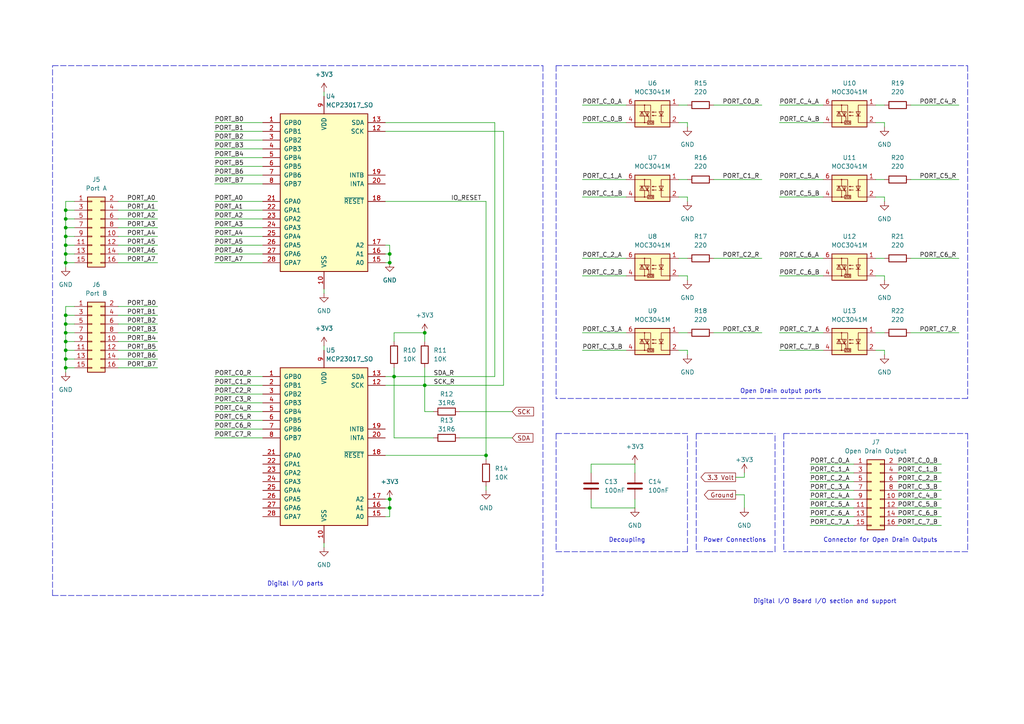
<source format=kicad_sch>
(kicad_sch (version 20211123) (generator eeschema)
  (paper "A4")
  (lib_symbols
    (symbol "Connector_Generic:Conn_02x08_Odd_Even" (pin_names (offset 1.016) hide)
      (property "Reference" "J" (at 1.27 10.16 0))
      (property "Value" "Conn_02x08_Odd_Even" (at 1.27 -12.7 0))
      (symbol "Conn_02x08_Odd_Even_1_1"
        (rectangle (start -1.27 -10.033) (end 0 -10.287) (stroke (width 0.1524)))
        (rectangle (start -1.27 -7.493) (end 0 -7.747) (stroke (width 0.1524)))
        (rectangle (start -1.27 -4.953) (end 0 -5.207) (stroke (width 0.1524)))
        (rectangle (start -1.27 -2.413) (end 0 -2.667) (stroke (width 0.1524)))
        (rectangle (start -1.27 0.127) (end 0 -0.127) (stroke (width 0.1524)))
        (rectangle (start -1.27 2.667) (end 0 2.413) (stroke (width 0.1524)))
        (rectangle (start -1.27 5.207) (end 0 4.953) (stroke (width 0.1524)))
        (rectangle (start -1.27 7.747) (end 0 7.493) (stroke (width 0.1524)))
        (rectangle (start -1.27 8.89) (end 3.81 -11.43) (stroke (width 0.254)) (fill (type background)))
        (rectangle (start 3.81 -10.033) (end 2.54 -10.287) (stroke (width 0.1524)))
        (rectangle (start 3.81 -7.493) (end 2.54 -7.747) (stroke (width 0.1524)))
        (rectangle (start 3.81 -4.953) (end 2.54 -5.207) (stroke (width 0.1524)))
        (rectangle (start 3.81 -2.413) (end 2.54 -2.667) (stroke (width 0.1524)))
        (rectangle (start 3.81 0.127) (end 2.54 -0.127) (stroke (width 0.1524)))
        (rectangle (start 3.81 2.667) (end 2.54 2.413) (stroke (width 0.1524)))
        (rectangle (start 3.81 5.207) (end 2.54 4.953) (stroke (width 0.1524)))
        (rectangle (start 3.81 7.747) (end 2.54 7.493) (stroke (width 0.1524)))
        (pin passive line (at -5.08 7.62 0) (length 3.81) (name "Pin_1") (number "1"))
        (pin passive line (at 7.62 -2.54 180) (length 3.81) (name "Pin_10") (number "10"))
        (pin passive line (at -5.08 -5.08 0) (length 3.81) (name "Pin_11") (number "11"))
        (pin passive line (at 7.62 -5.08 180) (length 3.81) (name "Pin_12") (number "12"))
        (pin passive line (at -5.08 -7.62 0) (length 3.81) (name "Pin_13") (number "13"))
        (pin passive line (at 7.62 -7.62 180) (length 3.81) (name "Pin_14") (number "14"))
        (pin passive line (at -5.08 -10.16 0) (length 3.81) (name "Pin_15") (number "15"))
        (pin passive line (at 7.62 -10.16 180) (length 3.81) (name "Pin_16") (number "16"))
        (pin passive line (at 7.62 7.62 180) (length 3.81) (name "Pin_2") (number "2"))
        (pin passive line (at -5.08 5.08 0) (length 3.81) (name "Pin_3") (number "3"))
        (pin passive line (at 7.62 5.08 180) (length 3.81) (name "Pin_4") (number "4"))
        (pin passive line (at -5.08 2.54 0) (length 3.81) (name "Pin_5") (number "5"))
        (pin passive line (at 7.62 2.54 180) (length 3.81) (name "Pin_6") (number "6"))
        (pin passive line (at -5.08 0 0) (length 3.81) (name "Pin_7") (number "7"))
        (pin passive line (at 7.62 0 180) (length 3.81) (name "Pin_8") (number "8"))
        (pin passive line (at -5.08 -2.54 0) (length 3.81) (name "Pin_9") (number "9"))
      )
    )
    (symbol "Device:C" (pin_numbers hide) (pin_names (offset 0.254))
      (property "Reference" "C" (at 0.635 2.54 0))
      (property "Value" "C" (at 0.635 -2.54 0))
      (symbol "C_0_1"
        (polyline (pts (xy -2.032 -0.762) (xy 2.032 -0.762)) (stroke (width 0.508)))
        (polyline (pts (xy -2.032 0.762) (xy 2.032 0.762)) (stroke (width 0.508)))
      )
      (symbol "C_1_1"
        (pin passive line (at 0 3.81 270) (length 2.794) (name "~") (number "1"))
        (pin passive line (at 0 -3.81 90) (length 2.794) (name "~") (number "2"))
      )
    )
    (symbol "Device:R" (pin_numbers hide) (pin_names (offset 0))
      (property "Reference" "R" (at 2.032 0 90))
      (property "Value" "R" (at 0 0 90))
      (symbol "R_0_1"
        (rectangle (start -1.016 -2.54) (end 1.016 2.54) (stroke (width 0.254)))
      )
      (symbol "R_1_1"
        (pin passive line (at 0 3.81 270) (length 1.27) (name "~") (number "1"))
        (pin passive line (at 0 -3.81 90) (length 1.27) (name "~") (number "2"))
      )
    )
    (symbol "Interface_Expansion:MCP23017_SO" (pin_names (offset 1.016))
      (property "Reference" "U" (at -11.43 24.13 0))
      (property "Value" "MCP23017_SO" (at 0 0 0))
      (symbol "MCP23017_SO_0_1"
        (rectangle (start -12.7 22.86) (end 12.7 -22.86) (stroke (width 0.254)) (fill (type background)))
      )
      (symbol "MCP23017_SO_1_1"
        (pin bidirectional line (at 17.78 20.32 180) (length 5.08) (name "GPB0") (number "1"))
        (pin power_in line (at 0 -27.94 90) (length 5.08) (name "VSS") (number "10"))
        (pin no_connect line (at -12.7 15.24 0) (length 5.08) hide (name "NC") (number "11"))
        (pin input line (at -17.78 17.78 0) (length 5.08) (name "SCK") (number "12"))
        (pin bidirectional line (at -17.78 20.32 0) (length 5.08) (name "SDA") (number "13"))
        (pin no_connect line (at -12.7 12.7 0) (length 5.08) hide (name "NC") (number "14"))
        (pin input line (at -17.78 -20.32 0) (length 5.08) (name "A0") (number "15"))
        (pin input line (at -17.78 -17.78 0) (length 5.08) (name "A1") (number "16"))
        (pin input line (at -17.78 -15.24 0) (length 5.08) (name "A2") (number "17"))
        (pin input line (at -17.78 -2.54 0) (length 5.08) (name "~{RESET}") (number "18"))
        (pin tri_state line (at -17.78 5.08 0) (length 5.08) (name "INTB") (number "19"))
        (pin bidirectional line (at 17.78 17.78 180) (length 5.08) (name "GPB1") (number "2"))
        (pin tri_state line (at -17.78 2.54 0) (length 5.08) (name "INTA") (number "20"))
        (pin bidirectional line (at 17.78 -2.54 180) (length 5.08) (name "GPA0") (number "21"))
        (pin bidirectional line (at 17.78 -5.08 180) (length 5.08) (name "GPA1") (number "22"))
        (pin bidirectional line (at 17.78 -7.62 180) (length 5.08) (name "GPA2") (number "23"))
        (pin bidirectional line (at 17.78 -10.16 180) (length 5.08) (name "GPA3") (number "24"))
        (pin bidirectional line (at 17.78 -12.7 180) (length 5.08) (name "GPA4") (number "25"))
        (pin bidirectional line (at 17.78 -15.24 180) (length 5.08) (name "GPA5") (number "26"))
        (pin bidirectional line (at 17.78 -17.78 180) (length 5.08) (name "GPA6") (number "27"))
        (pin bidirectional line (at 17.78 -20.32 180) (length 5.08) (name "GPA7") (number "28"))
        (pin bidirectional line (at 17.78 15.24 180) (length 5.08) (name "GPB2") (number "3"))
        (pin bidirectional line (at 17.78 12.7 180) (length 5.08) (name "GPB3") (number "4"))
        (pin bidirectional line (at 17.78 10.16 180) (length 5.08) (name "GPB4") (number "5"))
        (pin bidirectional line (at 17.78 7.62 180) (length 5.08) (name "GPB5") (number "6"))
        (pin bidirectional line (at 17.78 5.08 180) (length 5.08) (name "GPB6") (number "7"))
        (pin bidirectional line (at 17.78 2.54 180) (length 5.08) (name "GPB7") (number "8"))
        (pin power_in line (at 0 27.94 270) (length 5.08) (name "VDD") (number "9"))
      )
    )
    (symbol "Relay_SolidState:MOC3041M"
      (property "Reference" "U" (at -5.08 5.08 0))
      (property "Value" "MOC3041M" (at 0 5.08 0))
      (symbol "MOC3041M_0_0"
        (rectangle (start -0.381 -2.032) (end 1.397 -3.048))
        (polyline (pts (xy 2.286 -2.54) (xy 1.397 -2.54)))
        (polyline (pts (xy 1.524 -0.635) (xy 1.016 -1.016) (xy 1.016 -2.032)))
        (text "ZCD" (at 0.508 -2.54 0) (effects (font (size 0.508 0.508))))
      )
      (symbol "MOC3041M_0_1"
        (rectangle (start -5.08 3.81) (end 5.08 -3.81) (stroke (width 0.254)) (fill (type background)))
        (polyline (pts (xy -3.175 -0.635) (xy -1.905 -0.635)))
        (polyline (pts (xy 1.524 -0.635) (xy 1.524 0.635)))
        (polyline (pts (xy 3.048 0.635) (xy 3.048 -0.635)))
        (polyline (pts (xy 2.286 -0.635) (xy 2.286 -2.54) (xy 5.08 -2.54)))
        (polyline (pts (xy 2.286 0.635) (xy 2.286 2.54) (xy 5.08 2.54)))
        (polyline (pts (xy 2.286 2.54) (xy 0.508 2.54) (xy 0.508 -2.032)))
        (polyline (pts (xy -5.08 2.54) (xy -2.54 2.54) (xy -2.54 -2.54) (xy -5.08 -2.54)))
        (polyline (pts (xy -2.54 -0.635) (xy -3.175 0.635) (xy -1.905 0.635) (xy -2.54 -0.635)))
        (polyline (pts (xy 0.889 -0.635) (xy 3.683 -0.635) (xy 3.048 0.635) (xy 2.413 -0.635)))
        (polyline (pts (xy 3.683 0.635) (xy 0.889 0.635) (xy 1.524 -0.635) (xy 2.159 0.635)))
        (polyline (pts (xy -1.143 -0.508) (xy 0.127 -0.508) (xy -0.254 -0.635) (xy -0.254 -0.381) (xy 0.127 -0.508)))
        (polyline (pts (xy -1.143 0.508) (xy 0.127 0.508) (xy -0.254 0.381) (xy -0.254 0.635) (xy 0.127 0.508)))
        (circle (center 2.286 -2.54) (radius 0.127))
        (circle (center 2.286 2.54) (radius 0.127))
      )
      (symbol "MOC3041M_1_1"
        (pin passive line (at -7.62 2.54 0) (length 2.54) (name "~") (number "1"))
        (pin passive line (at -7.62 -2.54 0) (length 2.54) (name "~") (number "2"))
        (pin no_connect line (at -5.08 0 0) (length 2.54) hide (name "NC") (number "3"))
        (pin passive line (at 7.62 -2.54 180) (length 2.54) (name "~") (number "4"))
        (pin no_connect line (at 5.08 0 180) (length 2.54) hide (name "NC") (number "5"))
        (pin passive line (at 7.62 2.54 180) (length 2.54) (name "~") (number "6"))
      )
    )
    (symbol "power:+3.3V" (power) (pin_names (offset 0))
      (property "Value" "+3.3V" (at 0 3.556 0))
      (symbol "+3.3V_0_1"
        (polyline (pts (xy -0.762 1.27) (xy 0 2.54)))
        (polyline (pts (xy 0 0) (xy 0 2.54)))
        (polyline (pts (xy 0 2.54) (xy 0.762 1.27)))
      )
      (symbol "+3.3V_1_1"
        (pin power_in line (at 0 0 90) (length 0) hide (name "+3V3") (number "1"))
      )
    )
    (symbol "power:GND" (power) (pin_names (offset 0))
      (property "Value" "GND" (at 0 -3.81 0))
      (symbol "GND_0_1"
        (polyline (pts (xy 0 0) (xy 0 -1.27) (xy 1.27 -1.27) (xy 0 -2.54) (xy -1.27 -1.27) (xy 0 -1.27)))
      )
      (symbol "GND_1_1"
        (pin power_in line (at 0 0 270) (length 0) hide (name "GND") (number "1"))
      )
    )
  )
  (junction (at 140.97 132.08))
  (junction (at 19.05 68.58))
  (junction (at 123.19 111.76))
  (junction (at 19.05 76.2))
  (junction (at 19.05 106.68))
  (junction (at 19.05 104.14))
  (junction (at 113.03 73.66))
  (junction (at 19.05 60.96))
  (junction (at 123.19 96.52))
  (junction (at 19.05 66.04))
  (junction (at 19.05 93.98))
  (junction (at 19.05 73.66))
  (junction (at 113.03 144.78))
  (junction (at 19.05 71.12))
  (junction (at 19.05 96.52))
  (junction (at 19.05 99.06))
  (junction (at 19.05 101.6))
  (junction (at 19.05 91.44))
  (junction (at 114.3 109.22))
  (junction (at 19.05 63.5))
  (junction (at 113.03 76.2))
  (junction (at 113.03 147.32))
  (wire (pts (xy 254 96.52) (xy 256.54 96.52)))
  (wire (pts (xy 196.85 52.07) (xy 199.39 52.07)))
  (wire (pts (xy 213.36 138.43) (xy 215.9 138.43)))
  (polyline (pts (xy 280.67 125.73) (xy 280.67 160.02)))
  (wire (pts (xy 62.23 53.34) (xy 76.2 53.34)))
  (wire (pts (xy 62.23 121.92) (xy 76.2 121.92)))
  (wire (pts (xy 133.35 127) (xy 148.59 127)))
  (wire (pts (xy 264.16 74.93) (xy 278.13 74.93)))
  (wire (pts (xy 215.9 143.51) (xy 215.9 147.32)))
  (wire (pts (xy 114.3 96.52) (xy 123.19 96.52)))
  (wire (pts (xy 260.35 147.32) (xy 273.05 147.32)))
  (wire (pts (xy 114.3 127) (xy 114.3 109.22)))
  (wire (pts (xy 264.16 30.48) (xy 278.13 30.48)))
  (wire (pts (xy 62.23 66.04) (xy 76.2 66.04)))
  (wire (pts (xy 19.05 63.5) (xy 19.05 66.04)))
  (wire (pts (xy 234.95 137.16) (xy 247.65 137.16)))
  (wire (pts (xy 226.06 30.48) (xy 238.76 30.48)))
  (wire (pts (xy 254 57.15) (xy 256.54 57.15)))
  (wire (pts (xy 260.35 137.16) (xy 273.05 137.16)))
  (wire (pts (xy 34.29 68.58) (xy 45.72 68.58)))
  (wire (pts (xy 123.19 96.52) (xy 123.19 99.06)))
  (wire (pts (xy 199.39 35.56) (xy 199.39 36.83)))
  (wire (pts (xy 34.29 60.96) (xy 45.72 60.96)))
  (wire (pts (xy 226.06 74.93) (xy 238.76 74.93)))
  (wire (pts (xy 62.23 35.56) (xy 76.2 35.56)))
  (wire (pts (xy 184.15 134.62) (xy 184.15 137.16)))
  (wire (pts (xy 133.35 119.38) (xy 148.59 119.38)))
  (wire (pts (xy 256.54 57.15) (xy 256.54 58.42)))
  (polyline (pts (xy 15.24 172.72) (xy 15.24 19.05)))
  (wire (pts (xy 256.54 35.56) (xy 256.54 36.83)))
  (wire (pts (xy 234.95 142.24) (xy 247.65 142.24)))
  (wire (pts (xy 34.29 71.12) (xy 45.72 71.12)))
  (wire (pts (xy 114.3 106.68) (xy 114.3 109.22)))
  (polyline (pts (xy 161.29 19.05) (xy 280.67 19.05)))
  (wire (pts (xy 19.05 63.5) (xy 21.59 63.5)))
  (polyline (pts (xy 280.67 115.57) (xy 161.29 115.57)))
  (wire (pts (xy 62.23 60.96) (xy 76.2 60.96)))
  (wire (pts (xy 111.76 71.12) (xy 113.03 71.12)))
  (wire (pts (xy 125.73 127) (xy 114.3 127)))
  (wire (pts (xy 62.23 63.5) (xy 76.2 63.5)))
  (wire (pts (xy 111.76 147.32) (xy 113.03 147.32)))
  (wire (pts (xy 140.97 132.08) (xy 140.97 58.42)))
  (wire (pts (xy 34.29 96.52) (xy 45.72 96.52)))
  (polyline (pts (xy 15.24 172.72) (xy 157.48 172.72)))
  (wire (pts (xy 19.05 99.06) (xy 21.59 99.06)))
  (wire (pts (xy 62.23 43.18) (xy 76.2 43.18)))
  (polyline (pts (xy 15.24 19.05) (xy 157.48 19.05)))
  (wire (pts (xy 256.54 80.01) (xy 256.54 81.28)))
  (wire (pts (xy 260.35 149.86) (xy 273.05 149.86)))
  (wire (pts (xy 62.23 119.38) (xy 76.2 119.38)))
  (wire (pts (xy 19.05 101.6) (xy 21.59 101.6)))
  (wire (pts (xy 111.76 73.66) (xy 113.03 73.66)))
  (wire (pts (xy 19.05 104.14) (xy 21.59 104.14)))
  (wire (pts (xy 62.23 116.84) (xy 76.2 116.84)))
  (wire (pts (xy 199.39 57.15) (xy 199.39 58.42)))
  (wire (pts (xy 19.05 68.58) (xy 19.05 71.12)))
  (wire (pts (xy 196.85 30.48) (xy 199.39 30.48)))
  (wire (pts (xy 93.98 83.82) (xy 93.98 85.09)))
  (wire (pts (xy 168.91 57.15) (xy 181.61 57.15)))
  (wire (pts (xy 93.98 100.33) (xy 93.98 101.6)))
  (wire (pts (xy 254 101.6) (xy 256.54 101.6)))
  (wire (pts (xy 184.15 147.32) (xy 184.15 144.78)))
  (wire (pts (xy 260.35 139.7) (xy 273.05 139.7)))
  (wire (pts (xy 196.85 35.56) (xy 199.39 35.56)))
  (wire (pts (xy 254 74.93) (xy 256.54 74.93)))
  (wire (pts (xy 19.05 66.04) (xy 19.05 68.58)))
  (wire (pts (xy 62.23 73.66) (xy 76.2 73.66)))
  (wire (pts (xy 111.76 76.2) (xy 113.03 76.2)))
  (wire (pts (xy 168.91 74.93) (xy 181.61 74.93)))
  (wire (pts (xy 168.91 35.56) (xy 181.61 35.56)))
  (wire (pts (xy 62.23 76.2) (xy 76.2 76.2)))
  (wire (pts (xy 226.06 96.52) (xy 238.76 96.52)))
  (wire (pts (xy 19.05 101.6) (xy 19.05 104.14)))
  (wire (pts (xy 171.45 134.62) (xy 184.15 134.62)))
  (wire (pts (xy 207.01 52.07) (xy 220.98 52.07)))
  (wire (pts (xy 62.23 45.72) (xy 76.2 45.72)))
  (wire (pts (xy 19.05 96.52) (xy 21.59 96.52)))
  (wire (pts (xy 62.23 111.76) (xy 76.2 111.76)))
  (wire (pts (xy 19.05 60.96) (xy 21.59 60.96)))
  (wire (pts (xy 34.29 58.42) (xy 45.72 58.42)))
  (wire (pts (xy 111.76 132.08) (xy 140.97 132.08)))
  (wire (pts (xy 19.05 68.58) (xy 21.59 68.58)))
  (polyline (pts (xy 161.29 160.02) (xy 199.39 160.02)))
  (wire (pts (xy 93.98 26.67) (xy 93.98 27.94)))
  (wire (pts (xy 62.23 114.3) (xy 76.2 114.3)))
  (polyline (pts (xy 161.29 19.05) (xy 161.29 115.57)))
  (wire (pts (xy 19.05 73.66) (xy 19.05 76.2)))
  (wire (pts (xy 111.76 144.78) (xy 113.03 144.78)))
  (wire (pts (xy 114.3 99.06) (xy 114.3 96.52)))
  (wire (pts (xy 234.95 149.86) (xy 247.65 149.86)))
  (wire (pts (xy 19.05 91.44) (xy 19.05 93.98)))
  (wire (pts (xy 171.45 147.32) (xy 184.15 147.32)))
  (wire (pts (xy 254 80.01) (xy 256.54 80.01)))
  (wire (pts (xy 34.29 99.06) (xy 45.72 99.06)))
  (wire (pts (xy 111.76 109.22) (xy 114.3 109.22)))
  (wire (pts (xy 234.95 152.4) (xy 247.65 152.4)))
  (wire (pts (xy 34.29 63.5) (xy 45.72 63.5)))
  (wire (pts (xy 62.23 40.64) (xy 76.2 40.64)))
  (wire (pts (xy 19.05 60.96) (xy 19.05 63.5)))
  (wire (pts (xy 196.85 101.6) (xy 199.39 101.6)))
  (wire (pts (xy 226.06 35.56) (xy 238.76 35.56)))
  (wire (pts (xy 21.59 88.9) (xy 19.05 88.9)))
  (polyline (pts (xy 161.29 125.73) (xy 161.29 160.02)))
  (wire (pts (xy 21.59 58.42) (xy 19.05 58.42)))
  (wire (pts (xy 19.05 104.14) (xy 19.05 106.68)))
  (wire (pts (xy 196.85 57.15) (xy 199.39 57.15)))
  (wire (pts (xy 34.29 73.66) (xy 45.72 73.66)))
  (wire (pts (xy 34.29 104.14) (xy 45.72 104.14)))
  (wire (pts (xy 19.05 96.52) (xy 19.05 99.06)))
  (wire (pts (xy 196.85 96.52) (xy 199.39 96.52)))
  (wire (pts (xy 140.97 132.08) (xy 140.97 133.35)))
  (wire (pts (xy 34.29 66.04) (xy 45.72 66.04)))
  (wire (pts (xy 213.36 143.51) (xy 215.9 143.51)))
  (wire (pts (xy 234.95 147.32) (xy 247.65 147.32)))
  (wire (pts (xy 196.85 74.93) (xy 199.39 74.93)))
  (wire (pts (xy 62.23 58.42) (xy 76.2 58.42)))
  (wire (pts (xy 226.06 57.15) (xy 238.76 57.15)))
  (wire (pts (xy 113.03 73.66) (xy 113.03 76.2)))
  (wire (pts (xy 19.05 76.2) (xy 21.59 76.2)))
  (wire (pts (xy 226.06 101.6) (xy 238.76 101.6)))
  (wire (pts (xy 111.76 35.56) (xy 143.51 35.56)))
  (wire (pts (xy 168.91 101.6) (xy 181.61 101.6)))
  (wire (pts (xy 62.23 109.22) (xy 76.2 109.22)))
  (wire (pts (xy 34.29 101.6) (xy 45.72 101.6)))
  (polyline (pts (xy 280.67 160.02) (xy 227.33 160.02)))
  (wire (pts (xy 168.91 30.48) (xy 181.61 30.48)))
  (wire (pts (xy 260.35 134.62) (xy 273.05 134.62)))
  (wire (pts (xy 199.39 101.6) (xy 199.39 102.87)))
  (wire (pts (xy 234.95 134.62) (xy 247.65 134.62)))
  (wire (pts (xy 226.06 80.01) (xy 238.76 80.01)))
  (wire (pts (xy 168.91 96.52) (xy 181.61 96.52)))
  (wire (pts (xy 19.05 71.12) (xy 19.05 73.66)))
  (wire (pts (xy 171.45 137.16) (xy 171.45 134.62)))
  (wire (pts (xy 113.03 144.78) (xy 113.03 147.32)))
  (wire (pts (xy 113.03 147.32) (xy 113.03 149.86)))
  (wire (pts (xy 207.01 74.93) (xy 220.98 74.93)))
  (wire (pts (xy 146.05 38.1) (xy 111.76 38.1)))
  (wire (pts (xy 123.19 111.76) (xy 146.05 111.76)))
  (wire (pts (xy 260.35 152.4) (xy 273.05 152.4)))
  (wire (pts (xy 19.05 88.9) (xy 19.05 91.44)))
  (wire (pts (xy 260.35 142.24) (xy 273.05 142.24)))
  (polyline (pts (xy 199.39 160.02) (xy 199.39 125.73)))
  (wire (pts (xy 234.95 139.7) (xy 247.65 139.7)))
  (wire (pts (xy 62.23 127) (xy 76.2 127)))
  (wire (pts (xy 168.91 80.01) (xy 181.61 80.01)))
  (wire (pts (xy 146.05 111.76) (xy 146.05 38.1)))
  (wire (pts (xy 62.23 68.58) (xy 76.2 68.58)))
  (wire (pts (xy 215.9 138.43) (xy 215.9 137.16)))
  (wire (pts (xy 62.23 48.26) (xy 76.2 48.26)))
  (wire (pts (xy 19.05 91.44) (xy 21.59 91.44)))
  (wire (pts (xy 111.76 149.86) (xy 113.03 149.86)))
  (wire (pts (xy 207.01 96.52) (xy 220.98 96.52)))
  (wire (pts (xy 256.54 101.6) (xy 256.54 102.87)))
  (polyline (pts (xy 201.93 125.73) (xy 201.93 160.02)))
  (polyline (pts (xy 227.33 125.73) (xy 280.67 125.73)))
  (wire (pts (xy 34.29 106.68) (xy 45.72 106.68)))
  (wire (pts (xy 254 52.07) (xy 256.54 52.07)))
  (polyline (pts (xy 157.48 19.05) (xy 157.48 172.72)))
  (wire (pts (xy 19.05 93.98) (xy 21.59 93.98)))
  (wire (pts (xy 62.23 50.8) (xy 76.2 50.8)))
  (wire (pts (xy 226.06 52.07) (xy 238.76 52.07)))
  (wire (pts (xy 19.05 66.04) (xy 21.59 66.04)))
  (wire (pts (xy 140.97 140.97) (xy 140.97 142.24)))
  (wire (pts (xy 19.05 106.68) (xy 19.05 107.95)))
  (wire (pts (xy 234.95 144.78) (xy 247.65 144.78)))
  (wire (pts (xy 62.23 124.46) (xy 76.2 124.46)))
  (wire (pts (xy 113.03 71.12) (xy 113.03 73.66)))
  (wire (pts (xy 19.05 93.98) (xy 19.05 96.52)))
  (wire (pts (xy 260.35 144.78) (xy 273.05 144.78)))
  (wire (pts (xy 114.3 109.22) (xy 143.51 109.22)))
  (wire (pts (xy 264.16 96.52) (xy 278.13 96.52)))
  (wire (pts (xy 34.29 88.9) (xy 45.72 88.9)))
  (wire (pts (xy 93.98 157.48) (xy 93.98 158.75)))
  (wire (pts (xy 199.39 80.01) (xy 199.39 81.28)))
  (polyline (pts (xy 224.79 160.02) (xy 224.79 125.73)))
  (wire (pts (xy 19.05 76.2) (xy 19.05 77.47)))
  (wire (pts (xy 171.45 144.78) (xy 171.45 147.32)))
  (wire (pts (xy 34.29 91.44) (xy 45.72 91.44)))
  (wire (pts (xy 19.05 99.06) (xy 19.05 101.6)))
  (wire (pts (xy 264.16 52.07) (xy 278.13 52.07)))
  (wire (pts (xy 19.05 58.42) (xy 19.05 60.96)))
  (wire (pts (xy 34.29 76.2) (xy 45.72 76.2)))
  (wire (pts (xy 19.05 73.66) (xy 21.59 73.66)))
  (wire (pts (xy 19.05 71.12) (xy 21.59 71.12)))
  (wire (pts (xy 207.01 30.48) (xy 220.98 30.48)))
  (wire (pts (xy 125.73 119.38) (xy 123.19 119.38)))
  (polyline (pts (xy 161.29 125.73) (xy 199.39 125.73)))
  (wire (pts (xy 168.91 52.07) (xy 181.61 52.07)))
  (wire (pts (xy 196.85 80.01) (xy 199.39 80.01)))
  (wire (pts (xy 254 30.48) (xy 256.54 30.48)))
  (wire (pts (xy 123.19 106.68) (xy 123.19 111.76)))
  (wire (pts (xy 34.29 93.98) (xy 45.72 93.98)))
  (polyline (pts (xy 201.93 160.02) (xy 224.79 160.02)))
  (polyline (pts (xy 227.33 125.73) (xy 227.33 160.02)))
  (wire (pts (xy 111.76 111.76) (xy 123.19 111.76)))
  (polyline (pts (xy 280.67 19.05) (xy 280.67 115.57)))
  (wire (pts (xy 143.51 35.56) (xy 143.51 109.22)))
  (wire (pts (xy 19.05 106.68) (xy 21.59 106.68)))
  (wire (pts (xy 62.23 71.12) (xy 76.2 71.12)))
  (wire (pts (xy 123.19 119.38) (xy 123.19 111.76)))
  (wire (pts (xy 62.23 38.1) (xy 76.2 38.1)))
  (wire (pts (xy 254 35.56) (xy 256.54 35.56)))
  (wire (pts (xy 140.97 58.42) (xy 111.76 58.42)))
  (polyline (pts (xy 201.93 125.73) (xy 224.79 125.73)))
  (text "Open Drain output ports" (at 214.63 114.3 0) (effects (font (size 1.27 1.27)) (justify left bottom)))
  (text "Decoupling" (at 176.53 157.48 0) (effects (font (size 1.27 1.27)) (justify left bottom)))
  (text "Digital I/O Board I/O section and support" (at 218.44 175.26 0) (effects (font (size 1.27 1.27)) (justify left bottom)))
  (text "Connector for Open Drain Outputs" (at 238.76 157.48 0) (effects (font (size 1.27 1.27)) (justify left bottom)))
  (text "Digital I/O parts" (at 77.47 170.18 0) (effects (font (size 1.27 1.27)) (justify left bottom)))
  (text "Power Connections" (at 222.25 157.48 180) (effects (font (size 1.27 1.27)) (justify right bottom)))
  (label "PORT_C_3_A" (at 168.91 96.52 0))
  (label "PORT_C6_R" (at 62.23 124.46 0))
  (label "PORT_C7_R" (at 62.23 127 0))
  (label "PORT_C_2_A" (at 168.91 74.93 0))
  (label "PORT_C_0_B" (at 168.91 35.56 0))
  (label "PORT_C_4_B" (at 226.06 35.56 0))
  (label "PORT_C4_R" (at 266.7 30.48 0))
  (label "PORT_A2" (at 62.23 63.5 0))
  (label "PORT_A6" (at 62.23 73.66 0))
  (label "PORT_B1" (at 36.83 91.44 0))
  (label "PORT_C_0_A" (at 168.91 30.48 0))
  (label "PORT_C3_R" (at 62.23 116.84 0))
  (label "PORT_B6" (at 62.23 50.8 0))
  (label "PORT_B7" (at 36.83 106.68 0))
  (label "PORT_B6" (at 36.83 104.14 0))
  (label "PORT_B5" (at 36.83 101.6 0))
  (label "SCK_R" (at 125.73 111.76 0))
  (label "PORT_C_4_A" (at 226.06 30.48 0))
  (label "IO_RESET" (at 130.81 58.42 0))
  (label "PORT_C_5_A" (at 234.95 147.32 0))
  (label "PORT_C_4_B" (at 260.35 144.78 0))
  (label "PORT_A4" (at 36.83 68.58 0))
  (label "PORT_C7_R" (at 266.7 96.52 0))
  (label "PORT_B3" (at 62.23 43.18 0))
  (label "PORT_A1" (at 62.23 60.96 0))
  (label "PORT_C_5_B" (at 226.06 57.15 0))
  (label "PORT_C0_R" (at 62.23 109.22 0))
  (label "PORT_C4_R" (at 62.23 119.38 0))
  (label "PORT_C_7_B" (at 260.35 152.4 0))
  (label "PORT_A1" (at 36.83 60.96 0))
  (label "PORT_C5_R" (at 62.23 121.92 0))
  (label "PORT_C_5_B" (at 260.35 147.32 0))
  (label "PORT_A3" (at 62.23 66.04 0))
  (label "PORT_C2_R" (at 209.55 74.93 0))
  (label "PORT_C_1_B" (at 260.35 137.16 0))
  (label "PORT_C_3_B" (at 168.91 101.6 0))
  (label "PORT_B2" (at 36.83 93.98 0))
  (label "PORT_A7" (at 36.83 76.2 0))
  (label "PORT_A0" (at 36.83 58.42 0))
  (label "PORT_A5" (at 36.83 71.12 0))
  (label "PORT_C_0_B" (at 260.35 134.62 0))
  (label "PORT_B1" (at 62.23 38.1 0))
  (label "PORT_C_4_A" (at 234.95 144.78 0))
  (label "PORT_B0" (at 62.23 35.56 0))
  (label "PORT_A0" (at 62.23 58.42 0))
  (label "PORT_C_7_B" (at 226.06 101.6 0))
  (label "PORT_B7" (at 62.23 53.34 0))
  (label "PORT_C_5_A" (at 226.06 52.07 0))
  (label "PORT_C_6_A" (at 234.95 149.86 0))
  (label "PORT_A6" (at 36.83 73.66 0))
  (label "PORT_B4" (at 62.23 45.72 0))
  (label "PORT_C3_R" (at 209.55 96.52 0))
  (label "PORT_C_3_A" (at 234.95 142.24 0))
  (label "PORT_C1_R" (at 209.55 52.07 0))
  (label "PORT_C_1_A" (at 168.91 52.07 0))
  (label "PORT_C5_R" (at 266.7 52.07 0))
  (label "PORT_C2_R" (at 62.23 114.3 0))
  (label "PORT_B2" (at 62.23 40.64 0))
  (label "PORT_C1_R" (at 62.23 111.76 0))
  (label "PORT_C_6_B" (at 260.35 149.86 0))
  (label "PORT_C_1_B" (at 168.91 57.15 0))
  (label "PORT_C_6_B" (at 226.06 80.01 0))
  (label "PORT_C0_R" (at 209.55 30.48 0))
  (label "PORT_A4" (at 62.23 68.58 0))
  (label "PORT_C_7_A" (at 226.06 96.52 0))
  (label "PORT_A3" (at 36.83 66.04 0))
  (label "SDA_R" (at 125.73 109.22 0))
  (label "PORT_C_1_A" (at 234.95 137.16 0))
  (label "PORT_C_0_A" (at 234.95 134.62 0))
  (label "PORT_C6_R" (at 266.7 74.93 0))
  (label "PORT_C_7_A" (at 234.95 152.4 0))
  (label "PORT_C_6_A" (at 226.06 74.93 0))
  (label "PORT_C_2_B" (at 260.35 139.7 0))
  (label "PORT_A2" (at 36.83 63.5 0))
  (label "PORT_B3" (at 36.83 96.52 0))
  (label "PORT_B0" (at 36.83 88.9 0))
  (label "PORT_A5" (at 62.23 71.12 0))
  (label "PORT_A7" (at 62.23 76.2 0))
  (label "PORT_C_2_B" (at 168.91 80.01 0))
  (label "PORT_C_2_A" (at 234.95 139.7 0))
  (label "PORT_B5" (at 62.23 48.26 0))
  (label "PORT_B4" (at 36.83 99.06 0))
  (label "PORT_C_3_B" (at 260.35 142.24 0))
  (global_label "3.3 Volt" (shape output) (at 213.36 138.43 180) (property "Intersheet References" "${INTERSHEET_REFS}" (effects hide)))
  (global_label "Ground" (shape output) (at 213.36 143.51 180) (property "Intersheet References" "${INTERSHEET_REFS}" (effects hide)))
  (global_label "SCK" (shape input) (at 148.59 119.38 0) (property "Intersheet References" "${INTERSHEET_REFS}" (effects hide)))
  (global_label "SDA" (shape input) (at 148.59 127 0) (property "Intersheet References" "${INTERSHEET_REFS}" (effects hide)))
  (symbol (lib_id "Device:R") (at 260.35 74.93 90) (unit 1)
    (property "Reference" "R21" (at 260.35 68.58 90))
    (property "Value" "220" (at 260.35 71.12 90))
    (property "Footprint" "Resistor_SMD:R_0805_2012Metric_Pad1.20x1.40mm_HandSolder" (effects hide))
  )
  (symbol (lib_id "power:GND") (at 93.98 158.75 0) (unit 1)
    (property "Reference" "#PWR041" (effects hide))
    (property "Value" "GND" (at 93.98 163.83 0))
  )
  (symbol (lib_id "power:GND") (at 19.05 107.95 0) (unit 1)
    (property "Reference" "#PWR037" (effects hide))
    (property "Value" "GND" (at 19.05 113.03 0))
  )
  (symbol (lib_id "power:GND") (at 199.39 36.83 0) (unit 1)
    (property "Reference" "#PWR048" (effects hide))
    (property "Value" "GND" (at 199.39 41.91 0))
  )
  (symbol (lib_id "power:GND") (at 199.39 102.87 0) (unit 1)
    (property "Reference" "#PWR051" (effects hide))
    (property "Value" "GND" (at 199.39 107.95 0))
  )
  (symbol (lib_id "power:GND") (at 256.54 58.42 0) (unit 1)
    (property "Reference" "#PWR055" (effects hide))
    (property "Value" "GND" (at 256.54 63.5 0))
  )
  (symbol (lib_id "Connector_Generic:Conn_02x08_Odd_Even") (at 26.67 66.04 0) (unit 1)
    (property "Reference" "J5" (at 27.94 52.07 0))
    (property "Value" "Port A" (at 27.94 54.61 0))
    (property "Footprint" "Connector_PinHeader_2.54mm:PinHeader_2x08_P2.54mm_Vertical" (effects hide))
  )
  (symbol (lib_id "power:GND") (at 184.15 147.32 0) (unit 1)
    (property "Reference" "#PWR047" (effects hide))
    (property "Value" "GND" (at 184.15 152.4 0))
  )
  (symbol (lib_id "Connector_Generic:Conn_02x08_Odd_Even") (at 26.67 96.52 0) (unit 1)
    (property "Reference" "J6" (at 27.94 82.55 0))
    (property "Value" "Port B" (at 27.94 85.09 0))
    (property "Footprint" "Connector_PinHeader_2.54mm:PinHeader_2x08_P2.54mm_Vertical" (effects hide))
  )
  (symbol (lib_id "Device:R") (at 123.19 102.87 0) (unit 1)
    (property "Reference" "R11" (at 125.73 101.5999 0) (effects (justify left)))
    (property "Value" "10K" (at 125.73 104.1399 0) (effects (justify left)))
    (property "Footprint" "Resistor_SMD:R_0805_2012Metric_Pad1.20x1.40mm_HandSolder" (effects hide))
  )
  (symbol (lib_id "Relay_SolidState:MOC3041M") (at 189.23 33.02 0) (mirror y) (unit 1)
    (property "Reference" "U6" (at 189.23 24.13 0))
    (property "Value" "MOC3041M" (at 189.23 26.67 0))
    (property "Footprint" "Package_DIP:DIP-6_W7.62mm_LongPads" (effects hide))
    (property "Datasheet" "https://www.onsemi.com/pub/Collateral/MOC3043M-D.pdf" (effects hide))
  )
  (symbol (lib_id "Relay_SolidState:MOC3041M") (at 246.38 54.61 0) (mirror y) (unit 1)
    (property "Reference" "U11" (at 246.38 45.72 0))
    (property "Value" "MOC3041M" (at 246.38 48.26 0))
    (property "Footprint" "Package_DIP:DIP-6_W7.62mm_LongPads" (effects hide))
    (property "Datasheet" "https://www.onsemi.com/pub/Collateral/MOC3043M-D.pdf" (effects hide))
  )
  (symbol (lib_id "power:+3.3V") (at 93.98 100.33 0) (unit 1)
    (property "Reference" "#PWR040" (effects hide))
    (property "Value" "+3.3V" (at 93.98 95.25 0))
  )
  (symbol (lib_id "Device:R") (at 129.54 119.38 90) (unit 1)
    (property "Reference" "R12" (at 129.54 114.3 90))
    (property "Value" "31R6" (at 129.54 116.84 90))
    (property "Footprint" "Resistor_SMD:R_0805_2012Metric_Pad1.20x1.40mm_HandSolder" (effects hide))
  )
  (symbol (lib_id "Device:R") (at 203.2 96.52 90) (unit 1)
    (property "Reference" "R18" (at 203.2 90.17 90))
    (property "Value" "220" (at 203.2 92.71 90))
    (property "Footprint" "Resistor_SMD:R_0805_2012Metric_Pad1.20x1.40mm_HandSolder" (effects hide))
  )
  (symbol (lib_id "power:+3.3V") (at 123.19 96.52 0) (unit 1)
    (property "Reference" "#PWR044" (effects hide))
    (property "Value" "+3.3V" (at 123.19 91.44 0))
  )
  (symbol (lib_id "power:+3.3V") (at 215.9 137.16 0) (unit 1)
    (property "Reference" "#PWR052" (effects hide))
    (property "Value" "+3.3V" (at 215.9 133.35 0))
  )
  (symbol (lib_id "power:+3.3V") (at 93.98 26.67 0) (unit 1)
    (property "Reference" "#PWR038" (effects hide))
    (property "Value" "+3.3V" (at 93.98 21.59 0))
  )
  (symbol (lib_id "Device:R") (at 260.35 30.48 90) (unit 1)
    (property "Reference" "R19" (at 260.35 24.13 90))
    (property "Value" "220" (at 260.35 26.67 90))
    (property "Footprint" "Resistor_SMD:R_0805_2012Metric_Pad1.20x1.40mm_HandSolder" (effects hide))
  )
  (symbol (lib_id "Device:R") (at 260.35 96.52 90) (unit 1)
    (property "Reference" "R22" (at 260.35 90.17 90))
    (property "Value" "220" (at 260.35 92.71 90))
    (property "Footprint" "Resistor_SMD:R_0805_2012Metric_Pad1.20x1.40mm_HandSolder" (effects hide))
  )
  (symbol (lib_id "power:GND") (at 215.9 147.32 0) (unit 1)
    (property "Reference" "#PWR053" (effects hide))
    (property "Value" "GND" (at 215.9 152.4 0))
  )
  (symbol (lib_id "Device:R") (at 203.2 30.48 90) (unit 1)
    (property "Reference" "R15" (at 203.2 24.13 90))
    (property "Value" "220" (at 203.2 26.67 90))
    (property "Footprint" "Resistor_SMD:R_0805_2012Metric_Pad1.20x1.40mm_HandSolder" (effects hide))
  )
  (symbol (lib_id "power:+3.3V") (at 113.03 144.78 0) (unit 1)
    (property "Reference" "#PWR043" (effects hide))
    (property "Value" "+3.3V" (at 113.03 139.7 0))
  )
  (symbol (lib_id "Device:C") (at 171.45 140.97 0) (unit 1)
    (property "Reference" "C13" (at 175.26 139.6999 0) (effects (justify left)))
    (property "Value" "100nF" (at 175.26 142.2399 0) (effects (justify left)))
    (property "Footprint" "Capacitor_SMD:C_0805_2012Metric_Pad1.18x1.45mm_HandSolder" (effects hide))
  )
  (symbol (lib_id "Device:R") (at 260.35 52.07 90) (unit 1)
    (property "Reference" "R20" (at 260.35 45.72 90))
    (property "Value" "220" (at 260.35 48.26 90))
    (property "Footprint" "Resistor_SMD:R_0805_2012Metric_Pad1.20x1.40mm_HandSolder" (effects hide))
  )
  (symbol (lib_id "Device:R") (at 203.2 52.07 90) (unit 1)
    (property "Reference" "R16" (at 203.2 45.72 90))
    (property "Value" "220" (at 203.2 48.26 90))
    (property "Footprint" "Resistor_SMD:R_0805_2012Metric_Pad1.20x1.40mm_HandSolder" (effects hide))
  )
  (symbol (lib_id "Interface_Expansion:MCP23017_SO") (at 93.98 55.88 0) (mirror y) (unit 1)
    (property "Reference" "U4" (at 94.5006 27.94 0) (effects (justify right)))
    (property "Value" "MCP23017_SO" (at 94.5006 30.48 0) (effects (justify right)))
    (property "Footprint" "Package_SO:SOIC-28W_7.5x17.9mm_P1.27mm" (effects hide))
    (property "Datasheet" "http://ww1.microchip.com/downloads/en/DeviceDoc/20001952C.pdf" (effects hide))
  )
  (symbol (lib_id "Device:R") (at 140.97 137.16 0) (unit 1)
    (property "Reference" "R14" (at 143.51 135.8899 0) (effects (justify left)))
    (property "Value" "10K" (at 143.51 138.4299 0) (effects (justify left)))
    (property "Footprint" "Resistor_SMD:R_0805_2012Metric_Pad1.20x1.40mm_HandSolder" (effects hide))
  )
  (symbol (lib_id "power:GND") (at 93.98 85.09 0) (unit 1)
    (property "Reference" "#PWR039" (effects hide))
    (property "Value" "GND" (at 93.98 90.17 0))
  )
  (symbol (lib_id "power:GND") (at 113.03 76.2 0) (unit 1)
    (property "Reference" "#PWR042" (effects hide))
    (property "Value" "GND" (at 113.03 81.28 0))
  )
  (symbol (lib_id "power:GND") (at 256.54 102.87 0) (unit 1)
    (property "Reference" "#PWR057" (effects hide))
    (property "Value" "GND" (at 256.54 107.95 0))
  )
  (symbol (lib_id "power:GND") (at 256.54 36.83 0) (unit 1)
    (property "Reference" "#PWR054" (effects hide))
    (property "Value" "GND" (at 256.54 41.91 0))
  )
  (symbol (lib_id "Interface_Expansion:MCP23017_SO") (at 93.98 129.54 0) (mirror y) (unit 1)
    (property "Reference" "U5" (at 94.5006 101.6 0) (effects (justify right)))
    (property "Value" "MCP23017_SO" (at 94.5006 104.14 0) (effects (justify right)))
    (property "Footprint" "Package_SO:SOIC-28W_7.5x17.9mm_P1.27mm" (effects hide))
    (property "Datasheet" "http://ww1.microchip.com/downloads/en/DeviceDoc/20001952C.pdf" (effects hide))
  )
  (symbol (lib_id "Relay_SolidState:MOC3041M") (at 189.23 54.61 0) (mirror y) (unit 1)
    (property "Reference" "U7" (at 189.23 45.72 0))
    (property "Value" "MOC3041M" (at 189.23 48.26 0))
    (property "Footprint" "Package_DIP:DIP-6_W7.62mm_LongPads" (effects hide))
    (property "Datasheet" "https://www.onsemi.com/pub/Collateral/MOC3043M-D.pdf" (effects hide))
  )
  (symbol (lib_id "power:GND") (at 256.54 81.28 0) (unit 1)
    (property "Reference" "#PWR056" (effects hide))
    (property "Value" "GND" (at 256.54 86.36 0))
  )
  (symbol (lib_id "Device:C") (at 184.15 140.97 0) (unit 1)
    (property "Reference" "C14" (at 187.96 139.6999 0) (effects (justify left)))
    (property "Value" "100nF" (at 187.96 142.2399 0) (effects (justify left)))
    (property "Footprint" "Capacitor_SMD:C_0805_2012Metric_Pad1.18x1.45mm_HandSolder" (effects hide))
  )
  (symbol (lib_id "power:GND") (at 199.39 58.42 0) (unit 1)
    (property "Reference" "#PWR049" (effects hide))
    (property "Value" "GND" (at 199.39 63.5 0))
  )
  (symbol (lib_id "Device:R") (at 114.3 102.87 0) (unit 1)
    (property "Reference" "R10" (at 116.84 101.5999 0) (effects (justify left)))
    (property "Value" "10K" (at 116.84 104.1399 0) (effects (justify left)))
    (property "Footprint" "Resistor_SMD:R_0805_2012Metric_Pad1.20x1.40mm_HandSolder" (effects hide))
  )
  (symbol (lib_id "Relay_SolidState:MOC3041M") (at 246.38 77.47 0) (mirror y) (unit 1)
    (property "Reference" "U12" (at 246.38 68.58 0))
    (property "Value" "MOC3041M" (at 246.38 71.12 0))
    (property "Footprint" "Package_DIP:DIP-6_W7.62mm_LongPads" (effects hide))
    (property "Datasheet" "https://www.onsemi.com/pub/Collateral/MOC3043M-D.pdf" (effects hide))
  )
  (symbol (lib_id "Connector_Generic:Conn_02x08_Odd_Even") (at 252.73 142.24 0) (unit 1)
    (property "Reference" "J7" (at 254 128.27 0))
    (property "Value" "Open Drain Output" (at 254 130.81 0))
    (property "Footprint" "Connector_PinHeader_2.54mm:PinHeader_2x08_P2.54mm_Vertical" (effects hide))
  )
  (symbol (lib_id "power:GND") (at 19.05 77.47 0) (unit 1)
    (property "Reference" "#PWR036" (effects hide))
    (property "Value" "GND" (at 19.05 82.55 0))
  )
  (symbol (lib_id "Device:R") (at 203.2 74.93 90) (unit 1)
    (property "Reference" "R17" (at 203.2 68.58 90))
    (property "Value" "220" (at 203.2 71.12 90))
    (property "Footprint" "Resistor_SMD:R_0805_2012Metric_Pad1.20x1.40mm_HandSolder" (effects hide))
  )
  (symbol (lib_id "power:GND") (at 140.97 142.24 0) (unit 1)
    (property "Reference" "#PWR045" (effects hide))
    (property "Value" "GND" (at 140.97 147.32 0))
  )
  (symbol (lib_id "Relay_SolidState:MOC3041M") (at 189.23 99.06 0) (mirror y) (unit 1)
    (property "Reference" "U9" (at 189.23 90.17 0))
    (property "Value" "MOC3041M" (at 189.23 92.71 0))
    (property "Footprint" "Package_DIP:DIP-6_W7.62mm_LongPads" (effects hide))
    (property "Datasheet" "https://www.onsemi.com/pub/Collateral/MOC3043M-D.pdf" (effects hide))
  )
  (symbol (lib_id "Relay_SolidState:MOC3041M") (at 189.23 77.47 0) (mirror y) (unit 1)
    (property "Reference" "U8" (at 189.23 68.58 0))
    (property "Value" "MOC3041M" (at 189.23 71.12 0))
    (property "Footprint" "Package_DIP:DIP-6_W7.62mm_LongPads" (effects hide))
    (property "Datasheet" "https://www.onsemi.com/pub/Collateral/MOC3043M-D.pdf" (effects hide))
  )
  (symbol (lib_id "Relay_SolidState:MOC3041M") (at 246.38 33.02 0) (mirror y) (unit 1)
    (property "Reference" "U10" (at 246.38 24.13 0))
    (property "Value" "MOC3041M" (at 246.38 26.67 0))
    (property "Footprint" "Package_DIP:DIP-6_W7.62mm_LongPads" (effects hide))
    (property "Datasheet" "https://www.onsemi.com/pub/Collateral/MOC3043M-D.pdf" (effects hide))
  )
  (symbol (lib_id "power:GND") (at 199.39 81.28 0) (unit 1)
    (property "Reference" "#PWR050" (effects hide))
    (property "Value" "GND" (at 199.39 86.36 0))
  )
  (symbol (lib_id "power:+3.3V") (at 184.15 134.62 0) (unit 1)
    (property "Reference" "#PWR046" (effects hide))
    (property "Value" "+3.3V" (at 184.15 129.54 0))
  )
  (symbol (lib_id "Relay_SolidState:MOC3041M") (at 246.38 99.06 0) (mirror y) (unit 1)
    (property "Reference" "U13" (at 246.38 90.17 0))
    (property "Value" "MOC3041M" (at 246.38 92.71 0))
    (property "Footprint" "Package_DIP:DIP-6_W7.62mm_LongPads" (effects hide))
    (property "Datasheet" "https://www.onsemi.com/pub/Collateral/MOC3043M-D.pdf" (effects hide))
  )
  (symbol (lib_id "Device:R") (at 129.54 127 90) (unit 1)
    (property "Reference" "R13" (at 129.54 121.92 90))
    (property "Value" "31R6" (at 129.54 124.46 90))
    (property "Footprint" "Resistor_SMD:R_0805_2012Metric_Pad1.20x1.40mm_HandSolder" (effects hide))
  )
)
</source>
